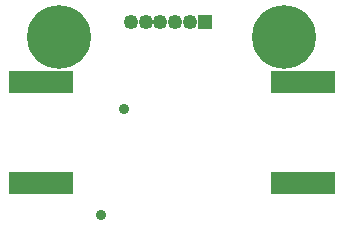
<source format=gbr>
G04 #@! TF.FileFunction,Soldermask,Bot*
%FSLAX46Y46*%
G04 Gerber Fmt 4.6, Leading zero omitted, Abs format (unit mm)*
G04 Created by KiCad (PCBNEW 4.0.7-e2-6376~58~ubuntu16.04.1) date Wed May  9 12:33:34 2018*
%MOMM*%
%LPD*%
G01*
G04 APERTURE LIST*
%ADD10C,0.100000*%
%ADD11C,0.900000*%
%ADD12C,5.400000*%
%ADD13R,5.480000X1.900000*%
%ADD14R,1.250000X1.250000*%
%ADD15C,1.250000*%
G04 APERTURE END LIST*
D10*
D11*
X168300000Y-94900000D03*
X170300000Y-85900000D03*
D12*
X183800000Y-79800000D03*
D13*
X185400000Y-92150000D03*
X185400000Y-83650000D03*
X163200000Y-83650000D03*
X163200000Y-92150000D03*
D12*
X164800000Y-79800000D03*
D14*
X177100000Y-78500000D03*
D15*
X175850000Y-78500000D03*
X174600000Y-78500000D03*
X173350000Y-78500000D03*
X172100000Y-78500000D03*
X170850000Y-78500000D03*
M02*

</source>
